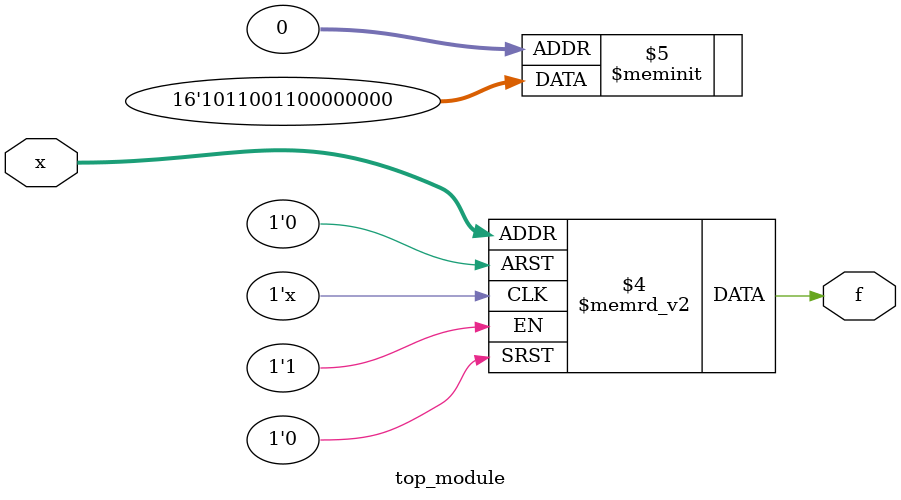
<source format=sv>
module top_module (
    input [4:1] x,
    output logic f
);

    always @(*) begin
        case (x)
            4'b0001: f = 1'b0;
            4'b0011: f = 1'b0;
            4'b0100: f = 1'b0;
            4'b0110: f = 1'b0;
            4'b1000: f = 1'b1;
            4'b1001: f = 1'b1;
            4'b1011: f = 1'b0;
            4'b1100: f = 1'b1;
            4'b1101: f = 1'b1;
            4'b1111: f = 1'b1;
            // Handle don't cares by assigning them convenient values
            default: f = 1'b0;
        endcase
    end
endmodule

</source>
